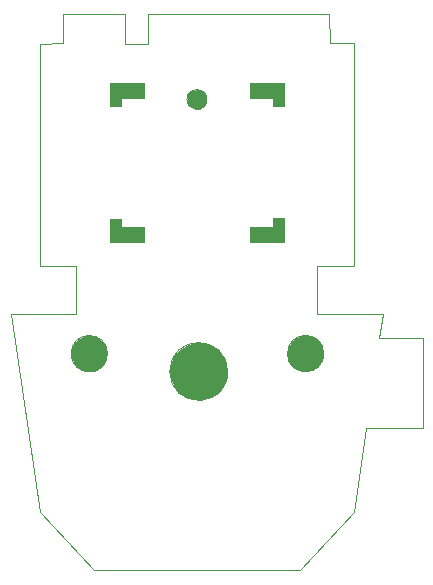
<source format=gbr>
G04 #@! TF.FileFunction,Profile,NP*
%FSLAX46Y46*%
G04 Gerber Fmt 4.6, Leading zero omitted, Abs format (unit mm)*
G04 Created by KiCad (PCBNEW (after 2015-mar-04 BZR unknown)-product) date 22/05/2015 04:17:12*
%MOMM*%
G01*
G04 APERTURE LIST*
%ADD10C,0.100000*%
%ADD11C,0.254000*%
G04 APERTURE END LIST*
D10*
X153960000Y-76010000D02*
X153960000Y-75330000D01*
X152010000Y-76010000D02*
X153960000Y-76010000D01*
X152010000Y-77330000D02*
X152010000Y-76010000D01*
X154910000Y-77330000D02*
X152010000Y-77330000D01*
X154920000Y-75330000D02*
X154910000Y-77330000D01*
X153960000Y-75330000D02*
X154920000Y-75330000D01*
X153960000Y-76010000D02*
X153960000Y-75330000D01*
X138810000Y-105130000D02*
X156210000Y-105100000D01*
X134180000Y-100210000D02*
X138810000Y-105130000D01*
X131760000Y-83410000D02*
X134180000Y-100210000D01*
X137280000Y-83380000D02*
X131760000Y-83410000D01*
X137280000Y-79310000D02*
X137280000Y-83380000D01*
X134210000Y-79310000D02*
X137280000Y-79310000D01*
X134210000Y-60520000D02*
X134210000Y-79310000D01*
X136130000Y-60510000D02*
X134210000Y-60520000D01*
X136140000Y-58030000D02*
X136130000Y-60510000D01*
X141440000Y-58040000D02*
X136140000Y-58030000D01*
X141450000Y-60530000D02*
X141440000Y-58040000D01*
X143330000Y-60530000D02*
X141450000Y-60530000D01*
X143330000Y-58040000D02*
X143330000Y-60530000D01*
X158710000Y-58040000D02*
X143330000Y-58040000D01*
X158740000Y-60460000D02*
X158710000Y-58040000D01*
X160810000Y-60460000D02*
X158740000Y-60460000D01*
X160810000Y-79310000D02*
X160810000Y-60460000D01*
X157710000Y-79310000D02*
X160810000Y-79310000D01*
X157710000Y-83410000D02*
X157710000Y-79310000D01*
X163260000Y-83410000D02*
X157710000Y-83410000D01*
X162910000Y-85410000D02*
X163260000Y-83410000D01*
X166610000Y-85410000D02*
X162910000Y-85410000D01*
X166610000Y-93110000D02*
X166610000Y-85410000D01*
X161810000Y-93110000D02*
X166610000Y-93110000D01*
X160810000Y-100210000D02*
X161810000Y-93110000D01*
X156210000Y-105100000D02*
X160810000Y-100210000D01*
X158251100Y-86771611D02*
G75*
G03X158251100Y-86771611I-1540000J0D01*
G01*
X150095856Y-88280191D02*
G75*
G03X150095856Y-88280191I-2443409J0D01*
G01*
X139931100Y-86771611D02*
G75*
G03X139931100Y-86771611I-1540000J0D01*
G01*
X148358900Y-65233600D02*
G75*
G03X148358900Y-65233600I-850000J0D01*
G01*
X153958900Y-76013600D02*
X152008900Y-76013600D01*
X153958900Y-76013600D02*
X153958900Y-75333600D01*
X153958900Y-75333600D02*
X154908900Y-75333600D01*
X154908900Y-77333600D02*
X154908900Y-75333600D01*
X152008900Y-77333600D02*
X154908900Y-77333600D01*
X152008900Y-76013600D02*
X152008900Y-77333600D01*
X140108900Y-63833600D02*
X140108900Y-65833600D01*
X143008900Y-63833600D02*
X140108900Y-63833600D01*
X143008900Y-65153600D02*
X143008900Y-63833600D01*
X141058900Y-65153600D02*
X143008900Y-65153600D01*
X141058900Y-65153600D02*
X141058900Y-65833600D01*
X141058900Y-65833600D02*
X140108900Y-65833600D01*
X153958900Y-65153600D02*
X152008900Y-65153600D01*
X152008900Y-65153600D02*
X152008900Y-63833600D01*
X152008900Y-63833600D02*
X154908900Y-63833600D01*
X154908900Y-63833600D02*
X154908900Y-65833600D01*
X153958900Y-65833600D02*
X154908900Y-65833600D01*
X153958900Y-65153600D02*
X153958900Y-65833600D01*
X140108900Y-77333600D02*
X140108900Y-75333600D01*
X141058900Y-75333600D02*
X140108900Y-75333600D01*
X141058900Y-76013600D02*
X141058900Y-75333600D01*
X141058900Y-76013600D02*
X143008900Y-76013600D01*
X143008900Y-76013600D02*
X143008900Y-77333600D01*
X143008900Y-77333600D02*
X140108900Y-77333600D01*
D11*
G36*
X154792367Y-75465664D02*
X154783634Y-77203436D01*
X152146038Y-77212563D01*
X152137956Y-76145694D01*
X153960651Y-76127000D01*
X154097000Y-76127000D01*
X154097000Y-75458344D01*
X154792367Y-75465664D01*
X154792367Y-75465664D01*
G37*
X154792367Y-75465664D02*
X154783634Y-77203436D01*
X152146038Y-77212563D01*
X152137956Y-76145694D01*
X153960651Y-76127000D01*
X154097000Y-76127000D01*
X154097000Y-75458344D01*
X154792367Y-75465664D01*
G36*
X142883000Y-77193437D02*
X140236361Y-77202564D01*
X140227596Y-75458258D01*
X140923000Y-75465656D01*
X140923000Y-76136354D01*
X142883000Y-76146354D01*
X142883000Y-77193437D01*
X142883000Y-77193437D01*
G37*
X142883000Y-77193437D02*
X140236361Y-77202564D01*
X140227596Y-75458258D01*
X140923000Y-75465656D01*
X140923000Y-76136354D01*
X142883000Y-76146354D01*
X142883000Y-77193437D01*
G36*
X142873000Y-65014296D02*
X140923000Y-65034296D01*
X140923000Y-65701642D01*
X140236370Y-65694337D01*
X140227640Y-63957000D01*
X142873000Y-63957000D01*
X142873000Y-65014296D01*
X142873000Y-65014296D01*
G37*
X142873000Y-65014296D02*
X140923000Y-65034296D01*
X140923000Y-65701642D01*
X140236370Y-65694337D01*
X140227640Y-63957000D01*
X142873000Y-63957000D01*
X142873000Y-65014296D01*
G36*
X154783000Y-65684344D02*
X154095126Y-65691662D01*
X154085146Y-65013000D01*
X152128687Y-65013000D01*
X152145038Y-63966568D01*
X154783000Y-63957440D01*
X154783000Y-65684344D01*
X154783000Y-65684344D01*
G37*
X154783000Y-65684344D02*
X154095126Y-65691662D01*
X154085146Y-65013000D01*
X152128687Y-65013000D01*
X152145038Y-63966568D01*
X154783000Y-63957440D01*
X154783000Y-65684344D01*
G36*
X148231148Y-65210933D02*
X148214631Y-65367843D01*
X148162319Y-65577091D01*
X148057691Y-65730009D01*
X147907984Y-65838130D01*
X147670283Y-65934972D01*
X147453965Y-65952277D01*
X147279709Y-65927383D01*
X147122379Y-65844578D01*
X146985215Y-65724559D01*
X146861564Y-65547916D01*
X146788090Y-65376476D01*
X146796563Y-65173133D01*
X146823952Y-65008801D01*
X146875865Y-64835755D01*
X146944581Y-64736500D01*
X147035471Y-64660758D01*
X147238138Y-64581453D01*
X147478596Y-64523743D01*
X147530939Y-64512112D01*
X147692349Y-64533165D01*
X147863803Y-64618892D01*
X148053257Y-64756677D01*
X148151976Y-64929435D01*
X148231148Y-65210933D01*
X148231148Y-65210933D01*
G37*
X148231148Y-65210933D02*
X148214631Y-65367843D01*
X148162319Y-65577091D01*
X148057691Y-65730009D01*
X147907984Y-65838130D01*
X147670283Y-65934972D01*
X147453965Y-65952277D01*
X147279709Y-65927383D01*
X147122379Y-65844578D01*
X146985215Y-65724559D01*
X146861564Y-65547916D01*
X146788090Y-65376476D01*
X146796563Y-65173133D01*
X146823952Y-65008801D01*
X146875865Y-64835755D01*
X146944581Y-64736500D01*
X147035471Y-64660758D01*
X147238138Y-64581453D01*
X147478596Y-64523743D01*
X147530939Y-64512112D01*
X147692349Y-64533165D01*
X147863803Y-64618892D01*
X148053257Y-64756677D01*
X148151976Y-64929435D01*
X148231148Y-65210933D01*
G36*
X139782454Y-86836460D02*
X139755123Y-87055107D01*
X139681700Y-87321265D01*
X139602671Y-87461762D01*
X139460451Y-87660870D01*
X139320628Y-87819336D01*
X139200641Y-87922182D01*
X138933334Y-88046289D01*
X138801237Y-88116740D01*
X138566296Y-88144933D01*
X138357615Y-88199372D01*
X138209947Y-88166557D01*
X138020873Y-88116800D01*
X137823681Y-88069850D01*
X137681159Y-87998589D01*
X137550329Y-87920091D01*
X137395293Y-87755935D01*
X137267168Y-87600355D01*
X137182208Y-87430435D01*
X137098243Y-87281165D01*
X137050196Y-87108193D01*
X136977000Y-86934353D01*
X136977000Y-86752441D01*
X136986299Y-86510673D01*
X137030885Y-86359079D01*
X137086092Y-86202659D01*
X137169619Y-86054167D01*
X137297030Y-85844850D01*
X137484514Y-85693077D01*
X137614163Y-85609731D01*
X137772904Y-85525692D01*
X137940547Y-85460497D01*
X138206548Y-85384497D01*
X138329026Y-85367000D01*
X138415626Y-85367000D01*
X138683621Y-85385482D01*
X138909919Y-85466950D01*
X139151170Y-85587575D01*
X139378957Y-85769805D01*
X139504027Y-85930610D01*
X139625492Y-86145509D01*
X139709003Y-86349648D01*
X139764072Y-86569924D01*
X139782454Y-86836460D01*
X139782454Y-86836460D01*
G37*
X139782454Y-86836460D02*
X139755123Y-87055107D01*
X139681700Y-87321265D01*
X139602671Y-87461762D01*
X139460451Y-87660870D01*
X139320628Y-87819336D01*
X139200641Y-87922182D01*
X138933334Y-88046289D01*
X138801237Y-88116740D01*
X138566296Y-88144933D01*
X138357615Y-88199372D01*
X138209947Y-88166557D01*
X138020873Y-88116800D01*
X137823681Y-88069850D01*
X137681159Y-87998589D01*
X137550329Y-87920091D01*
X137395293Y-87755935D01*
X137267168Y-87600355D01*
X137182208Y-87430435D01*
X137098243Y-87281165D01*
X137050196Y-87108193D01*
X136977000Y-86934353D01*
X136977000Y-86752441D01*
X136986299Y-86510673D01*
X137030885Y-86359079D01*
X137086092Y-86202659D01*
X137169619Y-86054167D01*
X137297030Y-85844850D01*
X137484514Y-85693077D01*
X137614163Y-85609731D01*
X137772904Y-85525692D01*
X137940547Y-85460497D01*
X138206548Y-85384497D01*
X138329026Y-85367000D01*
X138415626Y-85367000D01*
X138683621Y-85385482D01*
X138909919Y-85466950D01*
X139151170Y-85587575D01*
X139378957Y-85769805D01*
X139504027Y-85930610D01*
X139625492Y-86145509D01*
X139709003Y-86349648D01*
X139764072Y-86569924D01*
X139782454Y-86836460D01*
G36*
X158102454Y-86826460D02*
X158075123Y-87045107D01*
X158001700Y-87311265D01*
X157922671Y-87451762D01*
X157780451Y-87650870D01*
X157640628Y-87809336D01*
X157520641Y-87912182D01*
X157253334Y-88036289D01*
X157121237Y-88106740D01*
X156886296Y-88134933D01*
X156677615Y-88189372D01*
X156529947Y-88156557D01*
X156340873Y-88106800D01*
X156143681Y-88059850D01*
X156001159Y-87988589D01*
X155870329Y-87910091D01*
X155715293Y-87745935D01*
X155587168Y-87590355D01*
X155502208Y-87420435D01*
X155418243Y-87271165D01*
X155370196Y-87098193D01*
X155297000Y-86924353D01*
X155297000Y-86742441D01*
X155306299Y-86500673D01*
X155350885Y-86349079D01*
X155406092Y-86192659D01*
X155489619Y-86044167D01*
X155617030Y-85834850D01*
X155804514Y-85683077D01*
X155934163Y-85599731D01*
X156092904Y-85515692D01*
X156260547Y-85450497D01*
X156526548Y-85374497D01*
X156649026Y-85357000D01*
X156735626Y-85357000D01*
X157003621Y-85375482D01*
X157229919Y-85456950D01*
X157471170Y-85577575D01*
X157698957Y-85759805D01*
X157824027Y-85920610D01*
X157945492Y-86135509D01*
X158029003Y-86339648D01*
X158084072Y-86559924D01*
X158102454Y-86826460D01*
X158102454Y-86826460D01*
G37*
X158102454Y-86826460D02*
X158075123Y-87045107D01*
X158001700Y-87311265D01*
X157922671Y-87451762D01*
X157780451Y-87650870D01*
X157640628Y-87809336D01*
X157520641Y-87912182D01*
X157253334Y-88036289D01*
X157121237Y-88106740D01*
X156886296Y-88134933D01*
X156677615Y-88189372D01*
X156529947Y-88156557D01*
X156340873Y-88106800D01*
X156143681Y-88059850D01*
X156001159Y-87988589D01*
X155870329Y-87910091D01*
X155715293Y-87745935D01*
X155587168Y-87590355D01*
X155502208Y-87420435D01*
X155418243Y-87271165D01*
X155370196Y-87098193D01*
X155297000Y-86924353D01*
X155297000Y-86742441D01*
X155306299Y-86500673D01*
X155350885Y-86349079D01*
X155406092Y-86192659D01*
X155489619Y-86044167D01*
X155617030Y-85834850D01*
X155804514Y-85683077D01*
X155934163Y-85599731D01*
X156092904Y-85515692D01*
X156260547Y-85450497D01*
X156526548Y-85374497D01*
X156649026Y-85357000D01*
X156735626Y-85357000D01*
X157003621Y-85375482D01*
X157229919Y-85456950D01*
X157471170Y-85577575D01*
X157698957Y-85759805D01*
X157824027Y-85920610D01*
X157945492Y-86135509D01*
X158029003Y-86339648D01*
X158084072Y-86559924D01*
X158102454Y-86826460D01*
G36*
X149982487Y-88445005D02*
X149945798Y-88710996D01*
X149851827Y-88992911D01*
X149716067Y-89283825D01*
X149590505Y-89525290D01*
X149458231Y-89723701D01*
X149260020Y-89959666D01*
X149084271Y-90106124D01*
X148968379Y-90222016D01*
X148672516Y-90342210D01*
X148376933Y-90460444D01*
X148112681Y-90545382D01*
X147804720Y-90582710D01*
X147302306Y-90563751D01*
X147003982Y-90467518D01*
X146712411Y-90399484D01*
X146485363Y-90290501D01*
X146273770Y-90136616D01*
X146087191Y-90006011D01*
X146006399Y-89907264D01*
X145830561Y-89711888D01*
X145660548Y-89456869D01*
X145526491Y-89179179D01*
X145442486Y-88964502D01*
X145385179Y-88668412D01*
X145336546Y-88347434D01*
X145327470Y-88156853D01*
X145374386Y-87856593D01*
X145430312Y-87651531D01*
X145510014Y-87462239D01*
X145550562Y-87320320D01*
X145594969Y-87204861D01*
X145732750Y-86966041D01*
X145866973Y-86822230D01*
X145957037Y-86705147D01*
X146061337Y-86638775D01*
X146248679Y-86441572D01*
X146412345Y-86350646D01*
X146546704Y-86273870D01*
X146686308Y-86214040D01*
X146839847Y-86127674D01*
X147190613Y-86023392D01*
X147425189Y-85976477D01*
X147652645Y-85967000D01*
X147658413Y-85967000D01*
X148035750Y-85976433D01*
X148470023Y-86136926D01*
X148864944Y-86329570D01*
X149223391Y-86584256D01*
X149429951Y-86828372D01*
X149633281Y-87109161D01*
X149775705Y-87356030D01*
X149858367Y-87558092D01*
X149895341Y-87724477D01*
X149963631Y-88124460D01*
X149982487Y-88445005D01*
X149982487Y-88445005D01*
G37*
X149982487Y-88445005D02*
X149945798Y-88710996D01*
X149851827Y-88992911D01*
X149716067Y-89283825D01*
X149590505Y-89525290D01*
X149458231Y-89723701D01*
X149260020Y-89959666D01*
X149084271Y-90106124D01*
X148968379Y-90222016D01*
X148672516Y-90342210D01*
X148376933Y-90460444D01*
X148112681Y-90545382D01*
X147804720Y-90582710D01*
X147302306Y-90563751D01*
X147003982Y-90467518D01*
X146712411Y-90399484D01*
X146485363Y-90290501D01*
X146273770Y-90136616D01*
X146087191Y-90006011D01*
X146006399Y-89907264D01*
X145830561Y-89711888D01*
X145660548Y-89456869D01*
X145526491Y-89179179D01*
X145442486Y-88964502D01*
X145385179Y-88668412D01*
X145336546Y-88347434D01*
X145327470Y-88156853D01*
X145374386Y-87856593D01*
X145430312Y-87651531D01*
X145510014Y-87462239D01*
X145550562Y-87320320D01*
X145594969Y-87204861D01*
X145732750Y-86966041D01*
X145866973Y-86822230D01*
X145957037Y-86705147D01*
X146061337Y-86638775D01*
X146248679Y-86441572D01*
X146412345Y-86350646D01*
X146546704Y-86273870D01*
X146686308Y-86214040D01*
X146839847Y-86127674D01*
X147190613Y-86023392D01*
X147425189Y-85976477D01*
X147652645Y-85967000D01*
X147658413Y-85967000D01*
X148035750Y-85976433D01*
X148470023Y-86136926D01*
X148864944Y-86329570D01*
X149223391Y-86584256D01*
X149429951Y-86828372D01*
X149633281Y-87109161D01*
X149775705Y-87356030D01*
X149858367Y-87558092D01*
X149895341Y-87724477D01*
X149963631Y-88124460D01*
X149982487Y-88445005D01*
M02*

</source>
